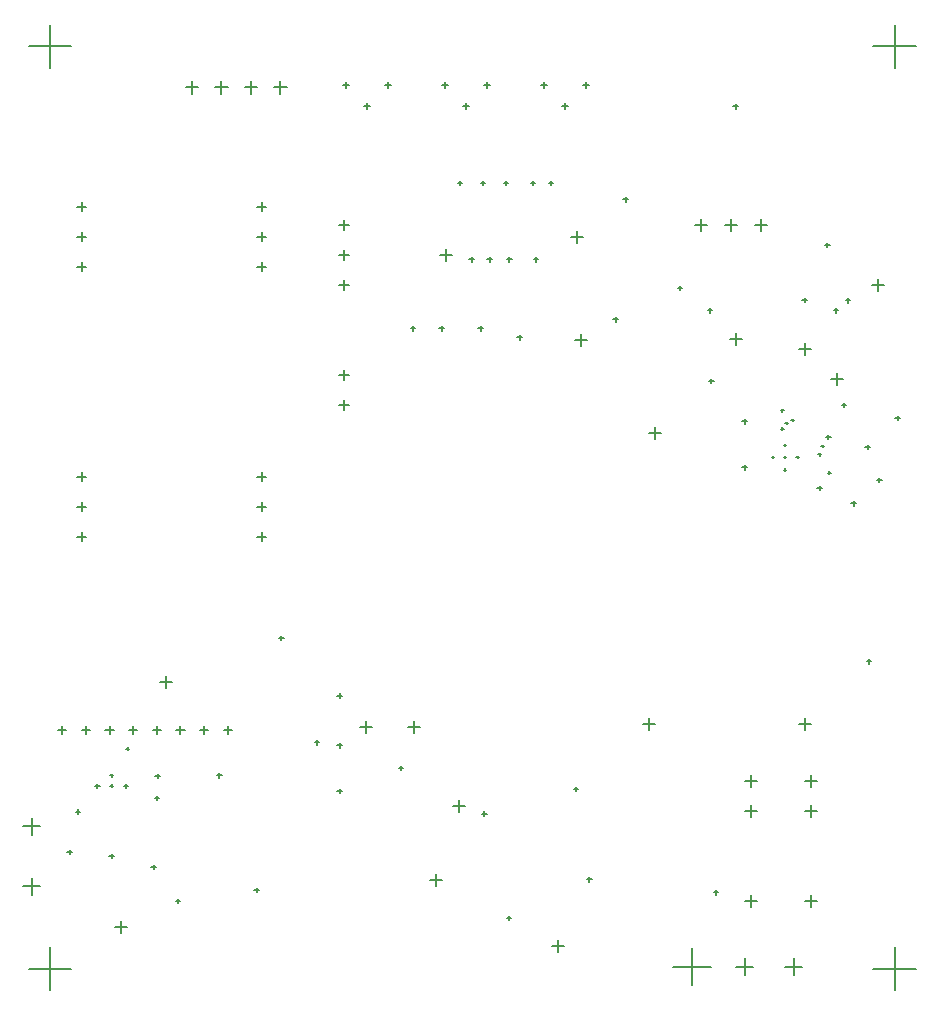
<source format=gbr>
%TF.GenerationSoftware,Altium Limited,Altium Designer,20.0.11 (256)*%
G04 Layer_Color=128*
%FSLAX26Y26*%
%MOIN*%
%TF.FileFunction,Drillmap*%
%TF.Part,Single*%
G01*
G75*
%TA.AperFunction,NonConductor*%
%ADD108C,0.005000*%
D108*
X285000Y1645000D02*
X315000D01*
X300000Y1630000D02*
Y1660000D01*
X285000Y1745000D02*
X315000D01*
X300000Y1730000D02*
Y1760000D01*
X285000Y2645000D02*
X315000D01*
X300000Y2630000D02*
Y2660000D01*
X285000Y1845000D02*
X315000D01*
X300000Y1830000D02*
Y1860000D01*
X285000Y2745000D02*
X315000D01*
X300000Y2730000D02*
Y2760000D01*
X885000Y1745000D02*
X915000D01*
X900000Y1730000D02*
Y1760000D01*
X885000Y1645000D02*
X915000D01*
X900000Y1630000D02*
Y1660000D01*
X885000Y1845000D02*
X915000D01*
X900000Y1830000D02*
Y1860000D01*
X285000Y2545000D02*
X315000D01*
X300000Y2530000D02*
Y2560000D01*
X885000Y2545000D02*
X915000D01*
X900000Y2530000D02*
Y2560000D01*
X885000Y2745000D02*
X915000D01*
X900000Y2730000D02*
Y2760000D01*
X885000Y2645000D02*
X915000D01*
X900000Y2630000D02*
Y2660000D01*
X104881Y480000D02*
X161881D01*
X133381Y451500D02*
Y508500D01*
X104881Y680000D02*
X161881D01*
X133381Y651500D02*
Y708500D01*
X2710315Y830000D02*
X2749685D01*
X2730000Y810315D02*
Y849685D01*
X2710315Y730000D02*
X2749685D01*
X2730000Y710315D02*
Y749685D01*
X2710315Y430000D02*
X2749685D01*
X2730000Y410315D02*
Y449685D01*
X2510315Y430000D02*
X2549685D01*
X2530000Y410315D02*
Y449685D01*
X2510315Y730000D02*
X2549685D01*
X2530000Y710315D02*
Y749685D01*
X2510315Y830000D02*
X2549685D01*
X2530000Y810315D02*
Y849685D01*
X1158858Y2485000D02*
X1191142D01*
X1175000Y2468858D02*
Y2501142D01*
X1158858Y2685000D02*
X1191142D01*
X1175000Y2668858D02*
Y2701142D01*
X1158858Y2585000D02*
X1191142D01*
X1175000Y2568858D02*
Y2601142D01*
X1158858Y2185000D02*
X1191142D01*
X1175000Y2168858D02*
Y2201142D01*
X1158858Y2085000D02*
X1191142D01*
X1175000Y2068858D02*
Y2101142D01*
X124000Y205000D02*
X266000D01*
X195000Y134000D02*
Y276000D01*
X2170000Y1020000D02*
X2210000D01*
X2190000Y1000000D02*
Y1040000D01*
X1539252Y748000D02*
X1579252D01*
X1559252Y728000D02*
Y768000D01*
X1228465Y1010000D02*
X1268465D01*
X1248465Y990000D02*
Y1030000D01*
X1495000Y2585000D02*
X1535000D01*
X1515000Y2565000D02*
Y2605000D01*
X2692000Y2270000D02*
X2732000D01*
X2712000Y2250000D02*
Y2290000D01*
X411604Y343197D02*
X451604D01*
X431604Y323197D02*
Y363197D01*
X1388465Y1010000D02*
X1428465D01*
X1408465Y990000D02*
Y1030000D01*
X2935000Y2485000D02*
X2975000D01*
X2955000Y2465000D02*
Y2505000D01*
X1945000Y2300000D02*
X1985000D01*
X1965000Y2280000D02*
Y2320000D01*
X1930000Y2645000D02*
X1970000D01*
X1950000Y2625000D02*
Y2665000D01*
X2645492Y212441D02*
X2700492D01*
X2672992Y184941D02*
Y239941D01*
X2482500Y212441D02*
X2537500D01*
X2510000Y184941D02*
Y239941D01*
X2272496Y212441D02*
X2397496D01*
X2334996Y149941D02*
Y274941D01*
X2545315Y2685000D02*
X2584685D01*
X2565000Y2665315D02*
Y2704685D01*
X2345315Y2685000D02*
X2384685D01*
X2365000Y2665315D02*
Y2704685D01*
X2445315Y2685000D02*
X2484685D01*
X2465000Y2665315D02*
Y2704685D01*
X379213Y1000000D02*
X406772D01*
X392992Y986221D02*
Y1013779D01*
X457953Y1000000D02*
X485512D01*
X471732Y986221D02*
Y1013779D01*
X221732Y1000000D02*
X249291D01*
X235512Y986221D02*
Y1013779D01*
X300472Y1000000D02*
X328031D01*
X314252Y986221D02*
Y1013779D01*
X694173Y1000000D02*
X721732D01*
X707953Y986221D02*
Y1013779D01*
X772913Y1000000D02*
X800472D01*
X786693Y986221D02*
Y1013779D01*
X536693Y1000000D02*
X564252D01*
X550472Y986221D02*
Y1013779D01*
X615433Y1000000D02*
X642992D01*
X629212Y986221D02*
Y1013779D01*
X646163Y3143305D02*
X687895D01*
X667029Y3122439D02*
Y3164171D01*
X744588Y3143305D02*
X786321D01*
X765454Y3122439D02*
Y3164171D01*
X843014Y3143305D02*
X884746D01*
X863880Y3122439D02*
Y3164171D01*
X941439Y3143305D02*
X983171D01*
X962305Y3122439D02*
Y3164171D01*
X1900000Y3080000D02*
X1920000D01*
X1910000Y3070000D02*
Y3090000D01*
X1830000Y3150000D02*
X1850000D01*
X1840000Y3140000D02*
Y3160000D01*
X1970000Y3150000D02*
X1990000D01*
X1980000Y3140000D02*
Y3160000D01*
X395500Y850000D02*
X404500D01*
X400000Y845500D02*
Y854500D01*
X395500Y815000D02*
X404500D01*
X400000Y810500D02*
Y819500D01*
X1240000Y3080000D02*
X1260000D01*
X1250000Y3070000D02*
Y3090000D01*
X1170000Y3150000D02*
X1190000D01*
X1180000Y3140000D02*
Y3160000D01*
X1310000Y3150000D02*
X1330000D01*
X1320000Y3140000D02*
Y3160000D01*
X1570000Y3080000D02*
X1590000D01*
X1580000Y3070000D02*
Y3090000D01*
X1500000Y3150000D02*
X1520000D01*
X1510000Y3140000D02*
Y3160000D01*
X1640000Y3150000D02*
X1660000D01*
X1650000Y3140000D02*
Y3160000D01*
X124000Y3280000D02*
X266000D01*
X195000Y3209000D02*
Y3351000D01*
X2939000Y3280000D02*
X3081000D01*
X3010000Y3209000D02*
Y3351000D01*
X2939000Y205000D02*
X3081000D01*
X3010000Y134000D02*
Y276000D01*
X2459571Y2305000D02*
X2499571D01*
X2479571Y2285000D02*
Y2325000D01*
X2190000Y1990000D02*
X2230000D01*
X2210000Y1970000D02*
Y2010000D01*
X560000Y1160000D02*
X600000D01*
X580000Y1140000D02*
Y1180000D01*
X2796535Y2170000D02*
X2836535D01*
X2816535Y2150000D02*
Y2190000D01*
X2690000Y1020000D02*
X2730000D01*
X2710000Y1000000D02*
Y1040000D01*
X1460000Y502165D02*
X1500000D01*
X1480000Y482165D02*
Y522165D01*
X1868500Y281299D02*
X1908500D01*
X1888500Y261299D02*
Y301299D01*
X2599724Y1910000D02*
X2607598D01*
X2603661Y1906063D02*
Y1913937D01*
X2641063Y1868661D02*
X2648937D01*
X2645000Y1864724D02*
Y1872598D01*
X2641063Y1910000D02*
X2648937D01*
X2645000Y1906063D02*
Y1913937D01*
X2682402Y1910000D02*
X2690276D01*
X2686339Y1906063D02*
Y1913937D01*
X2641063Y1951339D02*
X2648937D01*
X2645000Y1947402D02*
Y1955276D01*
X1357500Y874000D02*
X1372500D01*
X1365000Y866500D02*
Y881500D01*
X1152277Y797373D02*
X1167277D01*
X1159777Y789873D02*
Y804873D01*
X1076465Y960000D02*
X1091465D01*
X1083965Y952500D02*
Y967500D01*
X751598Y849304D02*
X766598D01*
X759098Y841804D02*
Y856804D01*
X2630657Y2005903D02*
X2639657D01*
X2635157Y2001403D02*
Y2010403D01*
X2755500Y1920000D02*
X2764500D01*
X2760000Y1915500D02*
Y1924500D01*
X2665246Y2034746D02*
X2674246D01*
X2669746Y2030246D02*
Y2039246D01*
X2646104Y2023903D02*
X2655104D01*
X2650604Y2019403D02*
Y2028403D01*
X2630657Y2067000D02*
X2639657D01*
X2635157Y2062500D02*
Y2071500D01*
X2765803Y1947402D02*
X2774803D01*
X2770303Y1942902D02*
Y1951902D01*
X2781803Y1977500D02*
X2796803D01*
X2789303Y1970000D02*
Y1985000D01*
X2105587Y2770000D02*
X2120587D01*
X2113087Y2762500D02*
Y2777500D01*
X448975Y939254D02*
X457975D01*
X453475Y934754D02*
Y943754D01*
X545782Y848402D02*
X560782D01*
X553282Y840902D02*
Y855902D01*
X439744Y815000D02*
X454744D01*
X447244Y807500D02*
Y822500D01*
X542972Y773598D02*
X557972D01*
X550472Y766098D02*
Y781098D01*
X1985098Y502598D02*
X2000098D01*
X1992598Y495098D02*
Y510098D01*
X1635069Y722000D02*
X1650069D01*
X1642569Y714500D02*
Y729500D01*
X2407776Y460000D02*
X2422776D01*
X2415276Y452500D02*
Y467500D01*
X1152500Y1115748D02*
X1167500D01*
X1160000Y1108248D02*
Y1123248D01*
X957846Y1308366D02*
X972846D01*
X965346Y1300866D02*
Y1315866D01*
X1940278Y804820D02*
X1955278D01*
X1947778Y797320D02*
Y812320D01*
X2917000Y1230000D02*
X2932000D01*
X2924500Y1222500D02*
Y1237500D01*
X2502500Y1876535D02*
X2517500D01*
X2510000Y1869035D02*
Y1884035D01*
X2787609Y1858131D02*
X2796609D01*
X2792109Y1853631D02*
Y1862631D01*
X280500Y729000D02*
X295500D01*
X288000Y721500D02*
Y736500D01*
X2752500Y1808000D02*
X2767500D01*
X2760000Y1800500D02*
Y1815500D01*
X2472500Y3080000D02*
X2487500D01*
X2480000Y3072500D02*
Y3087500D01*
X2072500Y2370000D02*
X2087500D01*
X2080000Y2362500D02*
Y2377500D01*
X2391909Y2164685D02*
X2406909D01*
X2399409Y2157185D02*
Y2172185D01*
X3012146Y2041162D02*
X3027146D01*
X3019646Y2033662D02*
Y2048662D01*
X2865965Y1756500D02*
X2880965D01*
X2873465Y1749000D02*
Y1764000D01*
X1717500Y375000D02*
X1732500D01*
X1725000Y367500D02*
Y382500D01*
X875965Y467000D02*
X890965D01*
X883465Y459500D02*
Y474500D01*
X532500Y544961D02*
X547500D01*
X540000Y537461D02*
Y552461D01*
X614035Y430360D02*
X629035D01*
X621535Y422860D02*
Y437860D01*
X2847500Y2433000D02*
X2862500D01*
X2855000Y2425500D02*
Y2440500D01*
X2778066Y2617664D02*
X2793066D01*
X2785566Y2610164D02*
Y2625164D01*
X2702500Y2435000D02*
X2717500D01*
X2710000Y2427500D02*
Y2442500D01*
X345256Y814000D02*
X360256D01*
X352756Y806500D02*
Y821500D01*
X392500Y581000D02*
X407500D01*
X400000Y573500D02*
Y588500D01*
X1807500Y2570000D02*
X1822500D01*
X1815000Y2562500D02*
Y2577500D01*
X1554429Y2825000D02*
X1569429D01*
X1561929Y2817500D02*
Y2832500D01*
X1630324Y2825000D02*
X1645324D01*
X1637824Y2817500D02*
Y2832500D01*
X1707500Y2825000D02*
X1722500D01*
X1715000Y2817500D02*
Y2832500D01*
X1797500Y2825000D02*
X1812500D01*
X1805000Y2817500D02*
Y2832500D01*
X1857500Y2825000D02*
X1872500D01*
X1865000Y2817500D02*
Y2832500D01*
X1397500Y2340000D02*
X1412500D01*
X1405000Y2332500D02*
Y2347500D01*
X1492500Y2340000D02*
X1507500D01*
X1500000Y2332500D02*
Y2347500D01*
X1622500Y2340000D02*
X1637500D01*
X1630000Y2332500D02*
Y2347500D01*
X1592500Y2570000D02*
X1607500D01*
X1600000Y2562500D02*
Y2577500D01*
X252777Y595000D02*
X267777D01*
X260277Y587500D02*
Y602500D01*
X2287500Y2475000D02*
X2302500D01*
X2295000Y2467500D02*
Y2482500D01*
X2387500Y2400000D02*
X2402500D01*
X2395000Y2392500D02*
Y2407500D01*
X1652255Y2570000D02*
X1667255D01*
X1659755Y2562500D02*
Y2577500D01*
X1718091Y2570000D02*
X1733091D01*
X1725591Y2562500D02*
Y2577500D01*
X1152500Y950000D02*
X1167500D01*
X1160000Y942500D02*
Y957500D01*
X1752500Y2310000D02*
X1767500D01*
X1760000Y2302500D02*
Y2317500D01*
X2951910Y1835000D02*
X2966910D01*
X2959410Y1827500D02*
Y1842500D01*
X2912500Y1945000D02*
X2927500D01*
X2920000Y1937500D02*
Y1952500D01*
X2834268Y2085000D02*
X2849268D01*
X2841768Y2077500D02*
Y2092500D01*
X2502500Y2030000D02*
X2517500D01*
X2510000Y2022500D02*
Y2037500D01*
X2807500Y2400000D02*
X2822500D01*
X2815000Y2392500D02*
Y2407500D01*
%TF.MD5,fc2c2cbdbf6f765f32428c9f0c1b930a*%
M02*

</source>
